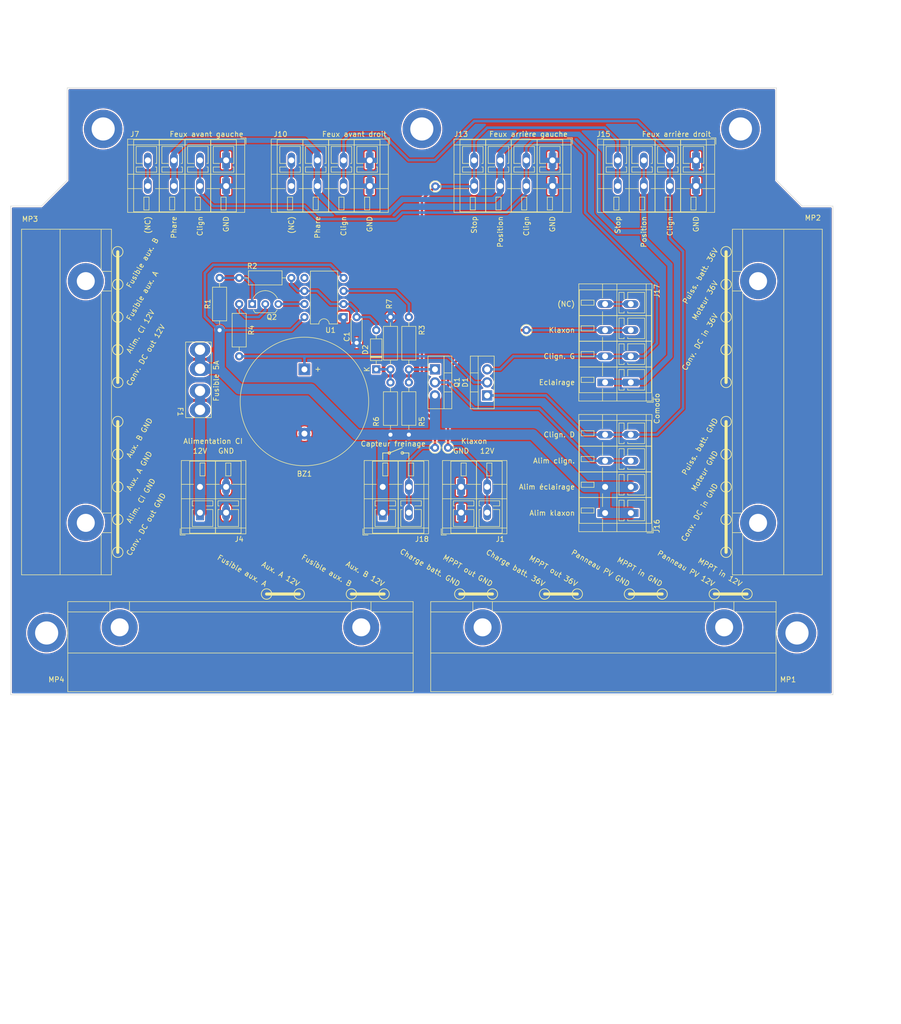
<source format=kicad_pcb>
(kicad_pcb (version 20211014) (generator pcbnew)

  (general
    (thickness 1.6)
  )

  (paper "A4")
  (layers
    (0 "F.Cu" signal)
    (31 "B.Cu" signal)
    (32 "B.Adhes" user "B.Adhesive")
    (33 "F.Adhes" user "F.Adhesive")
    (34 "B.Paste" user)
    (35 "F.Paste" user)
    (36 "B.SilkS" user "B.Silkscreen")
    (37 "F.SilkS" user "F.Silkscreen")
    (38 "B.Mask" user)
    (39 "F.Mask" user)
    (40 "Dwgs.User" user "User.Drawings")
    (41 "Cmts.User" user "User.Comments")
    (42 "Eco1.User" user "User.Eco1")
    (43 "Eco2.User" user "User.Eco2")
    (44 "Edge.Cuts" user)
    (45 "Margin" user)
    (46 "B.CrtYd" user "B.Courtyard")
    (47 "F.CrtYd" user "F.Courtyard")
    (48 "B.Fab" user)
    (49 "F.Fab" user)
    (50 "User.1" user)
    (51 "User.2" user)
    (52 "User.3" user)
    (53 "User.4" user)
    (54 "User.5" user)
    (55 "User.6" user)
    (56 "User.7" user)
    (57 "User.8" user)
    (58 "User.9" user)
  )

  (setup
    (stackup
      (layer "F.SilkS" (type "Top Silk Screen"))
      (layer "F.Paste" (type "Top Solder Paste"))
      (layer "F.Mask" (type "Top Solder Mask") (thickness 0.01))
      (layer "F.Cu" (type "copper") (thickness 0.035))
      (layer "dielectric 1" (type "core") (thickness 1.51) (material "FR4") (epsilon_r 4.5) (loss_tangent 0.02))
      (layer "B.Cu" (type "copper") (thickness 0.035))
      (layer "B.Mask" (type "Bottom Solder Mask") (thickness 0.01))
      (layer "B.Paste" (type "Bottom Solder Paste"))
      (layer "B.SilkS" (type "Bottom Silk Screen"))
      (copper_finish "None")
      (dielectric_constraints no)
    )
    (pad_to_mask_clearance 0)
    (pcbplotparams
      (layerselection 0x00010e0_ffffffff)
      (disableapertmacros false)
      (usegerberextensions false)
      (usegerberattributes true)
      (usegerberadvancedattributes true)
      (creategerberjobfile true)
      (svguseinch false)
      (svgprecision 6)
      (excludeedgelayer true)
      (plotframeref false)
      (viasonmask false)
      (mode 1)
      (useauxorigin false)
      (hpglpennumber 1)
      (hpglpenspeed 20)
      (hpglpendiameter 15.000000)
      (dxfpolygonmode true)
      (dxfimperialunits true)
      (dxfusepcbnewfont true)
      (psnegative false)
      (psa4output false)
      (plotreference true)
      (plotvalue true)
      (plotinvisibletext false)
      (sketchpadsonfab false)
      (subtractmaskfromsilk false)
      (outputformat 1)
      (mirror false)
      (drillshape 0)
      (scaleselection 1)
      (outputdirectory "")
    )
  )

  (net 0 "")
  (net 1 "GND")
  (net 2 "Net-(F1-Pad2)")
  (net 3 "Net-(D1-Pad1)")
  (net 4 "unconnected-(J7-Pad4)")
  (net 5 "unconnected-(J10-Pad4)")
  (net 6 "/Phares")
  (net 7 "Net-(J13-Pad4)")
  (net 8 "Net-(J1-Pad2)")
  (net 9 "/Flasher/Out")
  (net 10 "unconnected-(J17-Pad4)")
  (net 11 "/12V_5A")
  (net 12 "Net-(Q1-Pad1)")
  (net 13 "Net-(C1-Pad1)")
  (net 14 "Net-(D1-Pad3)")
  (net 15 "Net-(Q2-Pad1)")
  (net 16 "unconnected-(U1-Pad5)")
  (net 17 "Net-(Q2-Pad2)")
  (net 18 "/Flasher/Enable")
  (net 19 "Net-(Q2-Pad3)")
  (net 20 "Net-(R3-Pad1)")
  (net 21 "Net-(D2-Pad1)")

  (footprint "circuit:Wago_221-500_SplicingConnectorHolder" (layer "F.Cu") (at 94.615 85.09 90))

  (footprint "circuit:MountingHole_5mm" (layer "F.Cu") (at 87 130))

  (footprint "circuit:Buzzer_25x16_12.5" (layer "F.Cu") (at 137.16 78.74 -90))

  (footprint "circuit:Wago_221-500_SplicingConnectorHolder" (layer "F.Cu") (at 124.714 128.905 180))

  (footprint "circuit:Multicomp_MCCQ-122" (layer "F.Cu") (at 116.84 74.93 -90))

  (footprint "circuit:TerminalBlock_WAGO_236-402_1x02_P5.08mm_45Degree" (layer "F.Cu") (at 116.84 101.6))

  (footprint "Resistor_THT:R_Axial_DIN0207_L6.3mm_D2.5mm_P10.16mm_Horizontal" (layer "F.Cu") (at 157.48 68.58 -90))

  (footprint "circuit:MountingHole_5mm" (layer "F.Cu") (at 98 32))

  (footprint "circuit:TerminalBlock_WAGO_236-404_1x04_P5.08mm_45Degree" (layer "F.Cu") (at 185.42 38.1 180))

  (footprint "Package_DIP:DIP-8_W7.62mm" (layer "F.Cu") (at 144.78 68.58 180))

  (footprint "circuit:Strap_D2.0mm_Drill1.0mm" (layer "F.Cu") (at 165.1 93.98))

  (footprint "circuit:TerminalBlock_WAGO_236-404_1x04_P5.08mm_45Degree" (layer "F.Cu") (at 213.36 38.1 180))

  (footprint "circuit:MountingHole_5mm" (layer "F.Cu") (at 222 32))

  (footprint "circuit:TO-220-3_Vertical" (layer "F.Cu") (at 172.72 83.82 90))

  (footprint "Package_TO_SOT_THT:TO-92L_Inline_Wide" (layer "F.Cu") (at 127 66.04))

  (footprint "circuit:TerminalBlock_WAGO_236-404_1x04_P5.08mm_45Degree" (layer "F.Cu") (at 121.92 38.1 180))

  (footprint "Resistor_THT:R_Axial_DIN0207_L6.3mm_D2.5mm_P10.16mm_Horizontal" (layer "F.Cu") (at 153.9 78.74 90))

  (footprint "circuit:TerminalBlock_WAGO_236-404_1x04_P5.08mm_45Degree" (layer "F.Cu") (at 200.66 106.68 90))

  (footprint "Resistor_THT:R_Axial_DIN0207_L6.3mm_D2.5mm_P10.16mm_Horizontal" (layer "F.Cu") (at 157.48 91.44 90))

  (footprint "circuit:Wago_221-500_SplicingConnectorHolder" (layer "F.Cu") (at 225.425 85.09 -90))

  (footprint "Resistor_THT:R_Axial_DIN0207_L6.3mm_D2.5mm_P10.16mm_Horizontal" (layer "F.Cu") (at 124.46 66.04 -90))

  (footprint "circuit:MountingHole_5mm" (layer "F.Cu") (at 160 32))

  (footprint "Resistor_THT:R_Axial_DIN0207_L6.3mm_D2.5mm_P10.16mm_Horizontal" (layer "F.Cu") (at 153.9 91.45 90))

  (footprint "circuit:Strap_D2.0mm_Drill1.0mm" (layer "F.Cu") (at 162.56 93.98))

  (footprint "Resistor_THT:R_Axial_DIN0207_L6.3mm_D2.5mm_P10.16mm_Horizontal" (layer "F.Cu") (at 120.65 71.12 90))

  (footprint "Resistor_THT:R_Axial_DIN0207_L6.3mm_D2.5mm_P10.16mm_Horizontal" (layer "F.Cu") (at 124.46 60.96))

  (footprint "circuit:Strap_D2.0mm_Drill1.0mm" (layer "F.Cu") (at 180.34 71.12))

  (footprint "Capacitor_THT:C_Disc_D4.3mm_W1.9mm_P5.00mm" (layer "F.Cu") (at 147.32 68.58 -90))

  (footprint "circuit:Strap_D2.0mm_Drill1.0mm" (layer "F.Cu") (at 162.63 43.18))

  (footprint "circuit:TerminalBlock_WAGO_236-402_1x02_P5.08mm_45Degree" (layer "F.Cu") (at 167.64 101.6))

  (footprint "circuit:Wago_221-500_SplicingConnectorHolder" (layer "F.Cu") (at 195.326 128.905 180))

  (footprint "circuit:TerminalBlock_WAGO_236-402_1x02_P5.08mm_45Degree" (layer "F.Cu")
    (tedit 67A265E1) (tstamp ee376e01-fd87-460d-8054-53f57dc05951)
    (at 152.4 101.6)
    (descr "Terminal Block WAGO 236-402, 45Degree (cable under 45degree), 2 pins, pitch 5.08mm, size 12.3x14mm^2, drill diamater 1.15mm, pad diameter 3mm")
    (tags "THT Terminal Block WAGO 236-402 45Degree pitch 5.08mm size 12.3x14mm^2 drill 1.15mm pad 3mm")
    (property "Sheetfile" "circuit.kicad_sch")
    (property "Sheetname" "")
    (path "/e25831d2-9583-475c-a839-189f3156583f")
    (attr through_hole)
    (fp_text reference "J18" (at 7.62 10.16) (layer "F.SilkS")
      (effects (font (size 1 1) (thickness 0.15)))
      (tstamp 78fade79-4b4d-4ad8-8098-87a075f72e45)
    )
    (fp_text value "Conn_Capteur_Frein" (at 2.65 10.12) (layer "F.Fab")
      (effects (font (size 1 1) (thickness 0.15)))
      (tstamp 0bbaf0b7-9a40-43d4-b472-92769e96c9f0)
    )
    (fp_text user "${REFERENCE}" (at 2.65 1) (layer "F.Fab")
      (effects (font (size 1 1) (thickness 0.15)))
      (tstamp d79d1392-ac34-4473-b8a7-c9f388dd60ed)
    )
    (fp_line (start 3.5 7.7) (end 7.5 7.7) (layer "F.SilkS") (width 0.12) (tstamp 03cbcb17-4cd4-4291-bd41-b3e607e61dc4))
    (fp_line (start 6 -4.65) (end 6 -2.151) (layer "F.SilkS") (width 0.12) (tstamp 06f08405-6197-40be-af54-9fa42d684743))
    (fp_line (start 7.5 4.4) (end 7.5 7.7) (layer "F.SilkS") (width 0.12) (tstamp 10395d06-53e7-4f17-8398-e56394846f2e))
    (fp_line (start -1.5 3.7) (end -1.23 3.7) (layer "F.SilkS") (width 0.12) (tstamp 176c189a-d73e-4e04-8097-65e6830e8abb))
    (fp_line (start 3 -5) (end 3 9) (layer "F.SilkS") (width 0.12) (tstamp 177c0fde-9b14-4f84-ae0f-96cce8ccfb40))
    (fp_line (start 6.23 -0.5) (end 8.921 -0.5) (layer "F.SilkS") (width 0.12) (tstamp 196910ae-9780-4b38-b9f0-fec016073d7d))
    (fp_line (start 8 -5) (end 8 9) (layer "F.SilkS") (width 0.12) (tstamp 20d1cbd3-105d-4528-b0ec-c806e5c3730d))
    (fp_line (start 3.5 4.4) (end 3.77 4.4) (layer "F.SilkS") (width 0.12) (tstamp 215ba7e4-4824-47b9-be2a-f449a00476d9))
    (fp_line (start -3.62 -5.12) (end -3.62 9.12) (layer "F.SilkS") (width 0.12) (tstamp 24d687c2-f89b-4a92-ac16-f93abb516e5d))
    (fp_line (start 3.5 2.7) (end 7.5 2.7) (layer "F.SilkS") (width 0.12) (tstamp 283eba45-33d5-45c0-9100-76888ef889a1))
    (fp_line (start -1.5 2.7) (end 2.5 2.7) (layer "F.SilkS") (width 0.12) (tstamp 33984e5d-8430-4ef9-83cf-d8c85d1d4c81))
    (fp_line (start 0 -4.65) (end 0 -2.151) (layer "F.SilkS") (width 0.12) (tstamp 42e47897-88c2-4378-8310-672793da31bd))
    (fp_line (start 2.5 2.7) (end 2.5 3.7) (layer "F.SilkS") (width 0.12) (tstamp 4603587d-4325-4bd4-8ad7-8106882a8510))
    (fp_line (start 0 -4.65) (end 1 -4.65) (layer "F.SilkS") (width 0.12) (tstamp 47ba3a0f-b431-46e7-be3d-b0b6f1069b76))
    (fp_line (start 3 -5) (end 8 -5) (layer "F.SilkS") (width 0.12) (tstamp 4ded14f9-3715-41fc-8a9d-079c3f33e468))
    (fp_line (start 1.23 4.4) (end 2.5 4.4) (layer "F.SilkS") (width 0.12) (tstamp 5133da77-d4aa-40af-9e94-c9e392a712fb))
    (fp_line (start 3 9) (end 8 9) (layer "F.SilkS") (width 0.12) (tstamp 6099117e-ab90-41f8-a0c1-cee1d48a5e27))
    (fp_line (start 3 -5) (end 3 9) (layer "F.SilkS") (width 0.12) (tstamp 60fc21ae-6f0f-48ed-b1fb-b0d905d11fd3))
    (fp_line (start 5 -4.65) (end 5 -2.151) (layer "F.SilkS") (width 0.12) (tstamp 628ce420-7974-4138-94d5-d6d3644b3f98))
    (fp_line (start -2 -5) (end -2 9) (layer "F.SilkS") (width 0.12) (tstamp 677d3d8b-8de3-4915-9ade-fc8347a5093a))
    (fp_line (start 2.5 4.4) (end 2.5 7.7) (layer "F.SilkS") (width 0.12) (tstamp 68a6eb6b-860f-4dda-813a-3424760c2239))
    (fp_line (start 8.921 -5.12) (end 8.921 9.12) (layer "F.SilkS") (width 0.12) (tstamp 7fb5be81-4048-46f1-bf3d-603e817f41e3))
    (fp_line (start -1.5 2.7) (end -1.5 3.7) (layer "F.SilkS") (width 0.12) (tstamp 82d8ca8b-c60e-487b-9a2c-3f64ac92e02e))
    (fp_line (start 3.5 4.4) (end 3.5 7.7) (layer "F.SilkS") (width 0.12) (tstamp 8566aabf-6b65-480a-8718-32dd60e5bfdb))
    (fp_line (start -3.62 2.3) (end 8.921 2.3) (layer "F.SilkS") (width 0.12) (tstamp 8c0dbe23-ed60-461e-9533-eb47131cdfdf))
    (fp_line (start 3.5 2.7) (end 3.5 3.7) (layer "F.SilkS") (width 0.12) (tstamp 9bbac8e3-8050-48af-ab4e-68b7dbf33666))
    (fp_line (start -3.62 -5.12) (end 8.921 -5.12) (layer "F.SilkS") (width 0.12) (tstamp a31dfb8e-9d96-4bc5-bb00-ea9119422c23))
    (fp_line (start -3.86 9.36) (end -2.86 9.36) (layer "F.SilkS") (width 0.12) (tstamp a668a76b-8f41-4710-b2e5-6a4727012be0))
    (fp_line (start 5 -2.151) (end 6 -2.151) (layer "F.SilkS") (width 0.12) (tstamp aa10ca0c-a3be-4e57-b500-41a665e89587))
    (fp_line (start 0 -2.151) (end 1 -2.151) (layer "F.SilkS") (width 0.12) (tstamp b1e9fadc-cab6-48e6-9ef3-9c83a6bd8680))
    (fp_line (start -2 -5) (end 3 -5) (layer "F.SilkS") (width 0.12) (tstamp b44c0d9c-d037-4c8e-8898-df1dbb3730a6))
    (fp_line (start -3.86 8.12) (end -3.86 9.36) (layer "F.SilkS") (width 0.12) (tstamp bae54a06-aa3b-4ee2-939d-71aecf831aa4))
    (fp_line (start -3.62 8) (end 8.921 8) (layer "F.SilkS") (width 0.12) (tstamp be85f01d-7391-4207-af80-e81567e88bce))
    (fp_line (start 6.23 3.7) (end 7.5 3.7) (layer "F.SilkS") (width 0.12) (tstamp c091951d-35a8-4de7-948e-8814f3ffc15d))
    (fp_line (start -3.62 -0.5) (end -1.23 -0.5) (layer "F.SilkS") (width 0.12) (tstamp c0df3607-3881-4974-8918-ece5bba3a3ca))
    (fp_line (start 5 -4.65) (end 6 -4.65) (layer "F.SilkS") (width 0.12) (tstamp c0f2afa8-3fc1-4f00-80dd-fee17d213ec4))
    (fp_line (start 3.5 3.7) (end 3.77 3.7) (layer "F.SilkS") (width 0.12) (tstamp c82ea19c-9c58-4018-b9c4-022719c13c33))
    (fp_line (start 1 -4.65) (end 1 -2.151) (layer "F.SilkS") (width 0.12) (tstamp d059f087-a415-4799-991f-a5a1c2597200))
    (fp_line (start 6.23 4.4) (end 7.5 4.4) (layer "F.SilkS") (width 0.12) (tstamp d36977c3-981c-43a3-a21d-489f774334b0))
    (fp_line (start -2 9) (end 3 9) (layer "F.SilkS") (width 0.12) (tstamp d954a069-486d-4f10-bcfe-929b07a6c610))
    (fp_line (start -3.62 9.12) (end 8.921 9.12) (layer "F.SilkS") (width 0.12) (tstamp dd8ac32c-ebaa-4002-ba1f-c285fb2cbc87))
    (fp_line (start -1.5 7.7) (end 2.5 7.7) (layer "F.SilkS") (width 0.12) (tstamp e0cf5147-8e21-4f24-9734-9221589c5a99))
    (fp_line (start -1.5 4.4) (end -1.23 4.4) (layer "F.SilkS") (width 0.12) (tstamp e825e897-
... [916487 chars truncated]
</source>
